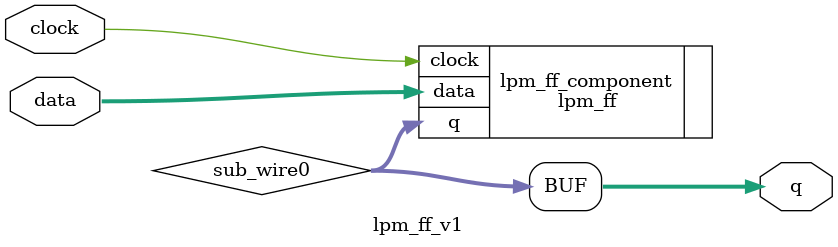
<source format=v>
module lpm_ff_v1 (
	clock,
	data,
	q);
	input	  clock;
	input	[63:0]  data;
	output	[63:0]  q;
	wire [63:0] sub_wire0;
	wire [63:0] q = sub_wire0[63:0];
	lpm_ff	lpm_ff_component (
				.clock (clock),
				.data (data),
				.q (sub_wire0)
				// synopsys translate_off
				,
				.aclr (),
				.aload (),
				.aset (),
				.enable (),
				.sclr (),
				.sload (),
				.sset ()
				// synopsys translate_on
				);
	defparam
		lpm_ff_component.lpm_fftype = "DFF",
		lpm_ff_component.lpm_type = "LPM_FF",
		lpm_ff_component.lpm_width = 64;
endmodule
</source>
